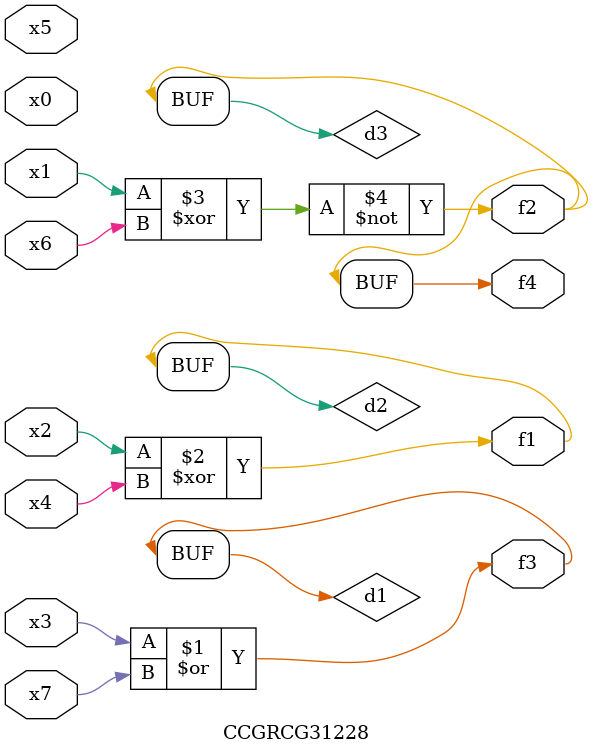
<source format=v>
module CCGRCG31228(
	input x0, x1, x2, x3, x4, x5, x6, x7,
	output f1, f2, f3, f4
);

	wire d1, d2, d3;

	or (d1, x3, x7);
	xor (d2, x2, x4);
	xnor (d3, x1, x6);
	assign f1 = d2;
	assign f2 = d3;
	assign f3 = d1;
	assign f4 = d3;
endmodule

</source>
